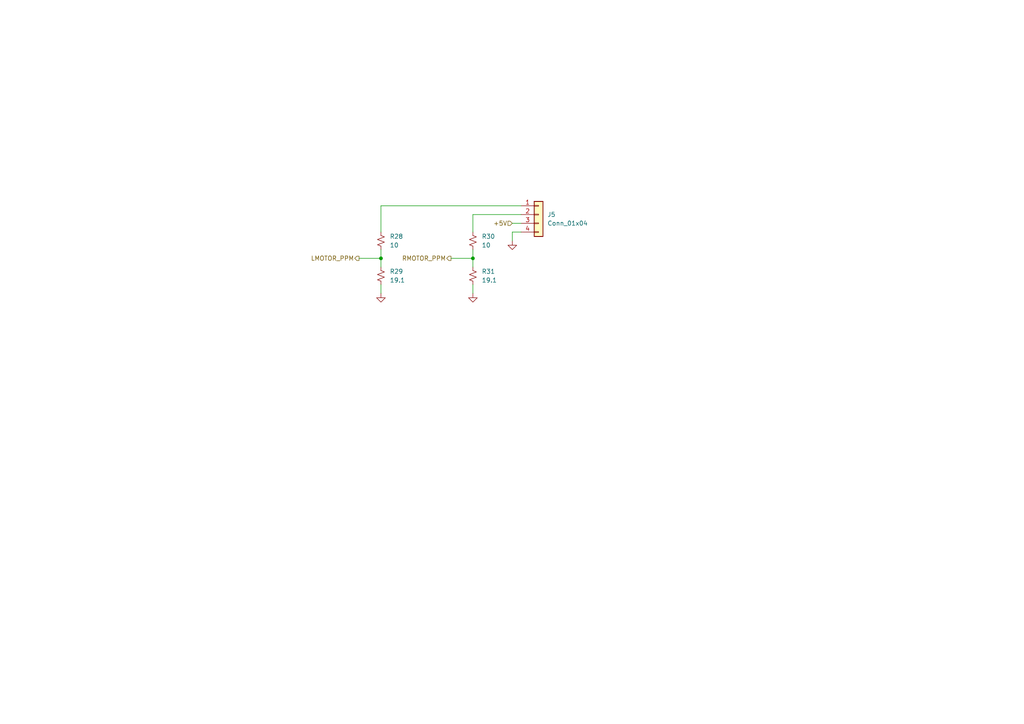
<source format=kicad_sch>
(kicad_sch (version 20211123) (generator eeschema)
  (paper "A4")
  (lib_symbols
    (symbol "Connector_Generic:Conn_01x04" (pin_names (offset 1.016) hide)
      (property "Reference" "J" (at 0 5.08 0))
      (property "Value" "Conn_01x04" (at 0 -7.62 0))
      (symbol "Conn_01x04_1_1"
        (rectangle (start -1.27 -4.953) (end 0 -5.207) (stroke (width 0.1524)))
        (rectangle (start -1.27 -2.413) (end 0 -2.667) (stroke (width 0.1524)))
        (rectangle (start -1.27 0.127) (end 0 -0.127) (stroke (width 0.1524)))
        (rectangle (start -1.27 2.667) (end 0 2.413) (stroke (width 0.1524)))
        (rectangle (start -1.27 3.81) (end 1.27 -6.35) (stroke (width 0.254)) (fill (type background)))
        (pin passive line (at -5.08 2.54 0) (length 3.81) (name "Pin_1") (number "1"))
        (pin passive line (at -5.08 0 0) (length 3.81) (name "Pin_2") (number "2"))
        (pin passive line (at -5.08 -2.54 0) (length 3.81) (name "Pin_3") (number "3"))
        (pin passive line (at -5.08 -5.08 0) (length 3.81) (name "Pin_4") (number "4"))
      )
    )
    (symbol "Device:R_Small_US" (pin_numbers hide) (pin_names (offset 0.254) hide)
      (property "Reference" "R" (at 0.762 0.508 0))
      (property "Value" "R_Small_US" (at 0.762 -1.016 0))
      (symbol "R_Small_US_1_1"
        (polyline (pts (xy 0 0) (xy 1.016 -0.381) (xy 0 -0.762) (xy -1.016 -1.143) (xy 0 -1.524)))
        (polyline (pts (xy 0 1.524) (xy 1.016 1.143) (xy 0 0.762) (xy -1.016 0.381) (xy 0 0)))
        (pin passive line (at 0 2.54 270) (length 1.016) (name "~") (number "1"))
        (pin passive line (at 0 -2.54 90) (length 1.016) (name "~") (number "2"))
      )
    )
    (symbol "power:GND" (power) (pin_names (offset 0))
      (property "Value" "GND" (at 0 -3.81 0))
      (symbol "GND_0_1"
        (polyline (pts (xy 0 0) (xy 0 -1.27) (xy 1.27 -1.27) (xy 0 -2.54) (xy -1.27 -1.27) (xy 0 -1.27)))
      )
      (symbol "GND_1_1"
        (pin power_in line (at 0 0 270) (length 0) hide (name "GND") (number "1"))
      )
    )
  )
  (junction (at 110.49 74.93))
  (junction (at 137.16 74.93))
  (wire (pts (xy 110.49 74.93) (xy 110.49 77.47)))
  (wire (pts (xy 110.49 59.69) (xy 151.13 59.69)))
  (wire (pts (xy 137.16 74.93) (xy 137.16 77.47)))
  (wire (pts (xy 148.59 67.31) (xy 148.59 69.85)))
  (wire (pts (xy 110.49 59.69) (xy 110.49 67.31)))
  (wire (pts (xy 148.59 67.31) (xy 151.13 67.31)))
  (wire (pts (xy 151.13 64.77) (xy 148.59 64.77)))
  (wire (pts (xy 137.16 82.55) (xy 137.16 85.09)))
  (wire (pts (xy 137.16 62.23) (xy 137.16 67.31)))
  (wire (pts (xy 104.14 74.93) (xy 110.49 74.93)))
  (wire (pts (xy 130.81 74.93) (xy 137.16 74.93)))
  (wire (pts (xy 110.49 82.55) (xy 110.49 85.09)))
  (wire (pts (xy 137.16 72.39) (xy 137.16 74.93)))
  (wire (pts (xy 137.16 62.23) (xy 151.13 62.23)))
  (wire (pts (xy 110.49 72.39) (xy 110.49 74.93)))
  (hierarchical_label "+5V" (shape input) (at 148.59 64.77 180))
  (hierarchical_label "RMOTOR_PPM" (shape output) (at 130.81 74.93 180))
  (hierarchical_label "LMOTOR_PPM" (shape output) (at 104.14 74.93 180))
  (symbol (lib_id "power:GND") (at 110.49 85.09 0) (unit 1)
    (property "Reference" "#PWR042" (effects hide))
    (property "Value" "GND" (effects hide))
  )
  (symbol (lib_id "power:GND") (at 137.16 85.09 0) (unit 1)
    (property "Reference" "#PWR043" (effects hide))
    (property "Value" "GND" (effects hide))
  )
  (symbol (lib_id "Device:R_Small_US") (at 137.16 69.85 0) (unit 1)
    (property "Reference" "R30" (at 139.7 68.5799 0) (effects (justify left)))
    (property "Value" "10" (at 139.7 71.1199 0) (effects (justify left)))
    (property "Footprint" "Resistor_SMD:R_0402_1005Metric" (effects hide))
    (property "MPN" "RC0402JR-0710RL" (effects hide))
  )
  (symbol (lib_id "Connector_Generic:Conn_01x04") (at 156.21 62.23 0) (unit 1)
    (property "Reference" "J5" (at 158.75 62.2299 0) (effects (justify left)))
    (property "Value" "Conn_01x04" (at 158.75 64.7699 0) (effects (justify left)))
    (property "Footprint" "Connector_PinHeader_2.54mm:PinHeader_1x04_P2.54mm_Vertical" (effects hide))
  )
  (symbol (lib_id "Device:R_Small_US") (at 110.49 80.01 0) (unit 1)
    (property "Reference" "R29" (at 113.03 78.7399 0) (effects (justify left)))
    (property "Value" "19.1" (at 113.03 81.2799 0) (effects (justify left)))
    (property "Footprint" "Resistor_SMD:R_0402_1005Metric" (effects hide))
    (property "MPN" "RC0402FR-0719R1L" (effects hide))
  )
  (symbol (lib_id "Device:R_Small_US") (at 110.49 69.85 0) (unit 1)
    (property "Reference" "R28" (at 113.03 68.5799 0) (effects (justify left)))
    (property "Value" "10" (at 113.03 71.1199 0) (effects (justify left)))
    (property "Footprint" "Resistor_SMD:R_0402_1005Metric" (effects hide))
    (property "MPN" "RC0402JR-0710RL" (effects hide))
  )
  (symbol (lib_id "Device:R_Small_US") (at 137.16 80.01 0) (unit 1)
    (property "Reference" "R31" (at 139.7 78.7399 0) (effects (justify left)))
    (property "Value" "19.1" (at 139.7 81.2799 0) (effects (justify left)))
    (property "Footprint" "Resistor_SMD:R_0402_1005Metric" (effects hide))
    (property "MPN" "RC0402FR-0719R1L" (effects hide))
  )
  (symbol (lib_id "power:GND") (at 148.59 69.85 0) (unit 1)
    (property "Reference" "#PWR044" (effects hide))
    (property "Value" "GND" (effects hide))
  )
)
</source>
